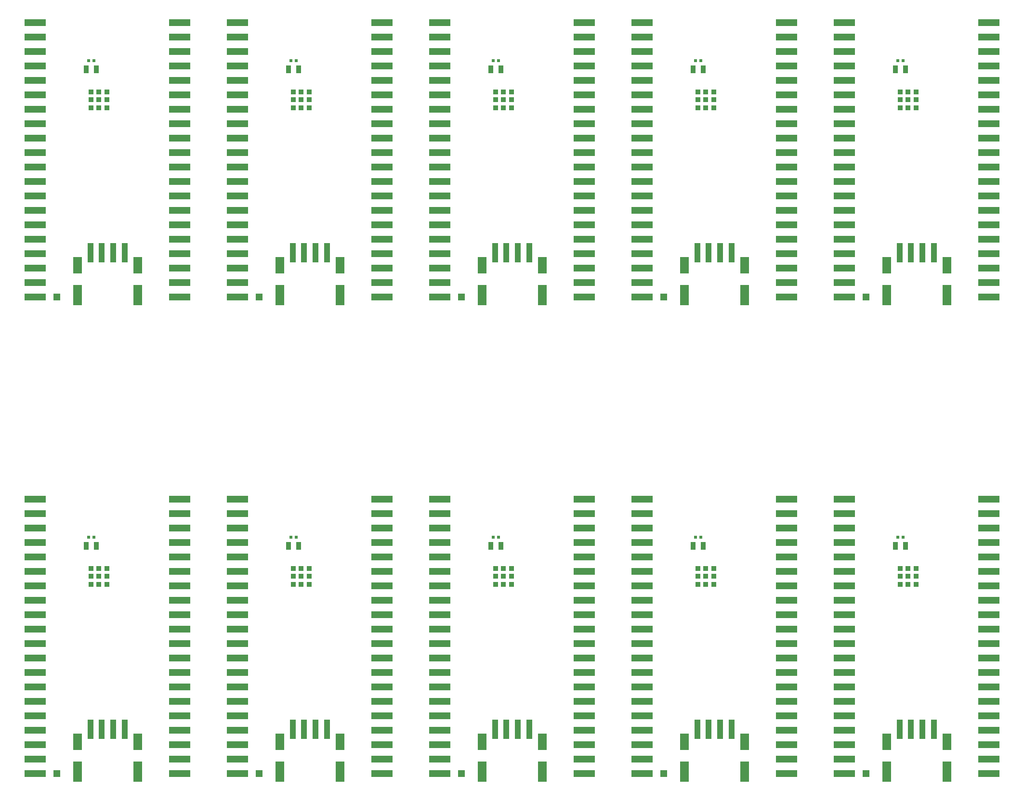
<source format=gbp>
G75*
%MOIN*%
%OFA0B0*%
%FSLAX25Y25*%
%IPPOS*%
%LPD*%
%AMOC8*
5,1,8,0,0,1.08239X$1,22.5*
%
%ADD10R,0.15000X0.05000*%
%ADD11R,0.05000X0.05000*%
%ADD12R,0.03543X0.05512*%
%ADD13R,0.02441X0.02441*%
%ADD14R,0.03937X0.13386*%
%ADD15R,0.05906X0.14173*%
%ADD16R,0.05906X0.11811*%
%ADD17R,0.03543X0.03543*%
D10*
X0049300Y0104300D03*
X0049300Y0114300D03*
X0049300Y0124300D03*
X0049300Y0134300D03*
X0049300Y0144300D03*
X0049300Y0154300D03*
X0049300Y0164300D03*
X0049300Y0174300D03*
X0049300Y0184300D03*
X0049300Y0194300D03*
X0049300Y0204300D03*
X0049300Y0214300D03*
X0049300Y0224300D03*
X0049300Y0234300D03*
X0049300Y0244300D03*
X0049300Y0254300D03*
X0049300Y0264300D03*
X0049300Y0274300D03*
X0049300Y0284300D03*
X0049300Y0294300D03*
X0149300Y0294300D03*
X0149300Y0284300D03*
X0149300Y0274300D03*
X0149300Y0264300D03*
X0149300Y0254300D03*
X0149300Y0244300D03*
X0149300Y0234300D03*
X0149300Y0224300D03*
X0149300Y0214300D03*
X0149300Y0204300D03*
X0149300Y0194300D03*
X0149300Y0184300D03*
X0149300Y0174300D03*
X0149300Y0164300D03*
X0149300Y0154300D03*
X0149300Y0144300D03*
X0149300Y0134300D03*
X0149300Y0124300D03*
X0149300Y0114300D03*
X0149300Y0104300D03*
X0189300Y0104300D03*
X0189300Y0114300D03*
X0189300Y0124300D03*
X0189300Y0134300D03*
X0189300Y0144300D03*
X0189300Y0154300D03*
X0189300Y0164300D03*
X0189300Y0174300D03*
X0189300Y0184300D03*
X0189300Y0194300D03*
X0189300Y0204300D03*
X0189300Y0214300D03*
X0189300Y0224300D03*
X0189300Y0234300D03*
X0189300Y0244300D03*
X0189300Y0254300D03*
X0189300Y0264300D03*
X0189300Y0274300D03*
X0189300Y0284300D03*
X0189300Y0294300D03*
X0289300Y0294300D03*
X0289300Y0284300D03*
X0289300Y0274300D03*
X0289300Y0264300D03*
X0289300Y0254300D03*
X0289300Y0244300D03*
X0289300Y0234300D03*
X0289300Y0224300D03*
X0289300Y0214300D03*
X0289300Y0204300D03*
X0289300Y0194300D03*
X0289300Y0184300D03*
X0289300Y0174300D03*
X0289300Y0164300D03*
X0289300Y0154300D03*
X0289300Y0144300D03*
X0289300Y0134300D03*
X0289300Y0124300D03*
X0289300Y0114300D03*
X0289300Y0104300D03*
X0329300Y0104300D03*
X0329300Y0114300D03*
X0329300Y0124300D03*
X0329300Y0134300D03*
X0329300Y0144300D03*
X0329300Y0154300D03*
X0329300Y0164300D03*
X0329300Y0174300D03*
X0329300Y0184300D03*
X0329300Y0194300D03*
X0329300Y0204300D03*
X0329300Y0214300D03*
X0329300Y0224300D03*
X0329300Y0234300D03*
X0329300Y0244300D03*
X0329300Y0254300D03*
X0329300Y0264300D03*
X0329300Y0274300D03*
X0329300Y0284300D03*
X0329300Y0294300D03*
X0429300Y0294300D03*
X0429300Y0284300D03*
X0429300Y0274300D03*
X0429300Y0264300D03*
X0429300Y0254300D03*
X0429300Y0244300D03*
X0429300Y0234300D03*
X0429300Y0224300D03*
X0429300Y0214300D03*
X0429300Y0204300D03*
X0429300Y0194300D03*
X0429300Y0184300D03*
X0429300Y0174300D03*
X0429300Y0164300D03*
X0429300Y0154300D03*
X0429300Y0144300D03*
X0429300Y0134300D03*
X0429300Y0124300D03*
X0429300Y0114300D03*
X0429300Y0104300D03*
X0469300Y0104300D03*
X0469300Y0114300D03*
X0469300Y0124300D03*
X0469300Y0134300D03*
X0469300Y0144300D03*
X0469300Y0154300D03*
X0469300Y0164300D03*
X0469300Y0174300D03*
X0469300Y0184300D03*
X0469300Y0194300D03*
X0469300Y0204300D03*
X0469300Y0214300D03*
X0469300Y0224300D03*
X0469300Y0234300D03*
X0469300Y0244300D03*
X0469300Y0254300D03*
X0469300Y0264300D03*
X0469300Y0274300D03*
X0469300Y0284300D03*
X0469300Y0294300D03*
X0569300Y0294300D03*
X0569300Y0284300D03*
X0569300Y0274300D03*
X0569300Y0264300D03*
X0569300Y0254300D03*
X0569300Y0244300D03*
X0569300Y0234300D03*
X0569300Y0224300D03*
X0569300Y0214300D03*
X0569300Y0204300D03*
X0569300Y0194300D03*
X0569300Y0184300D03*
X0569300Y0174300D03*
X0569300Y0164300D03*
X0569300Y0154300D03*
X0569300Y0144300D03*
X0569300Y0134300D03*
X0569300Y0124300D03*
X0569300Y0114300D03*
X0569300Y0104300D03*
X0609300Y0104300D03*
X0609300Y0114300D03*
X0609300Y0124300D03*
X0609300Y0134300D03*
X0609300Y0144300D03*
X0609300Y0154300D03*
X0609300Y0164300D03*
X0609300Y0174300D03*
X0609300Y0184300D03*
X0609300Y0194300D03*
X0609300Y0204300D03*
X0609300Y0214300D03*
X0609300Y0224300D03*
X0609300Y0234300D03*
X0609300Y0244300D03*
X0609300Y0254300D03*
X0609300Y0264300D03*
X0609300Y0274300D03*
X0609300Y0284300D03*
X0609300Y0294300D03*
X0709300Y0294300D03*
X0709300Y0284300D03*
X0709300Y0274300D03*
X0709300Y0264300D03*
X0709300Y0254300D03*
X0709300Y0244300D03*
X0709300Y0234300D03*
X0709300Y0224300D03*
X0709300Y0214300D03*
X0709300Y0204300D03*
X0709300Y0194300D03*
X0709300Y0184300D03*
X0709300Y0174300D03*
X0709300Y0164300D03*
X0709300Y0154300D03*
X0709300Y0144300D03*
X0709300Y0134300D03*
X0709300Y0124300D03*
X0709300Y0114300D03*
X0709300Y0104300D03*
X0709300Y0434300D03*
X0709300Y0444300D03*
X0709300Y0454300D03*
X0709300Y0464300D03*
X0709300Y0474300D03*
X0709300Y0484300D03*
X0709300Y0494300D03*
X0709300Y0504300D03*
X0709300Y0514300D03*
X0709300Y0524300D03*
X0709300Y0534300D03*
X0709300Y0544300D03*
X0709300Y0554300D03*
X0709300Y0564300D03*
X0709300Y0574300D03*
X0709300Y0584300D03*
X0709300Y0594300D03*
X0709300Y0604300D03*
X0709300Y0614300D03*
X0709300Y0624300D03*
X0609300Y0624300D03*
X0609300Y0614300D03*
X0609300Y0604300D03*
X0609300Y0594300D03*
X0609300Y0584300D03*
X0609300Y0574300D03*
X0609300Y0564300D03*
X0609300Y0554300D03*
X0609300Y0544300D03*
X0609300Y0534300D03*
X0609300Y0524300D03*
X0609300Y0514300D03*
X0609300Y0504300D03*
X0609300Y0494300D03*
X0609300Y0484300D03*
X0609300Y0474300D03*
X0609300Y0464300D03*
X0609300Y0454300D03*
X0609300Y0444300D03*
X0609300Y0434300D03*
X0569300Y0434300D03*
X0569300Y0444300D03*
X0569300Y0454300D03*
X0569300Y0464300D03*
X0569300Y0474300D03*
X0569300Y0484300D03*
X0569300Y0494300D03*
X0569300Y0504300D03*
X0569300Y0514300D03*
X0569300Y0524300D03*
X0569300Y0534300D03*
X0569300Y0544300D03*
X0569300Y0554300D03*
X0569300Y0564300D03*
X0569300Y0574300D03*
X0569300Y0584300D03*
X0569300Y0594300D03*
X0569300Y0604300D03*
X0569300Y0614300D03*
X0569300Y0624300D03*
X0469300Y0624300D03*
X0469300Y0614300D03*
X0469300Y0604300D03*
X0469300Y0594300D03*
X0469300Y0584300D03*
X0469300Y0574300D03*
X0469300Y0564300D03*
X0469300Y0554300D03*
X0469300Y0544300D03*
X0469300Y0534300D03*
X0469300Y0524300D03*
X0469300Y0514300D03*
X0469300Y0504300D03*
X0469300Y0494300D03*
X0469300Y0484300D03*
X0469300Y0474300D03*
X0469300Y0464300D03*
X0469300Y0454300D03*
X0469300Y0444300D03*
X0469300Y0434300D03*
X0429300Y0434300D03*
X0429300Y0444300D03*
X0429300Y0454300D03*
X0429300Y0464300D03*
X0429300Y0474300D03*
X0429300Y0484300D03*
X0429300Y0494300D03*
X0429300Y0504300D03*
X0429300Y0514300D03*
X0429300Y0524300D03*
X0429300Y0534300D03*
X0429300Y0544300D03*
X0429300Y0554300D03*
X0429300Y0564300D03*
X0429300Y0574300D03*
X0429300Y0584300D03*
X0429300Y0594300D03*
X0429300Y0604300D03*
X0429300Y0614300D03*
X0429300Y0624300D03*
X0329300Y0624300D03*
X0329300Y0614300D03*
X0329300Y0604300D03*
X0329300Y0594300D03*
X0329300Y0584300D03*
X0329300Y0574300D03*
X0329300Y0564300D03*
X0329300Y0554300D03*
X0329300Y0544300D03*
X0329300Y0534300D03*
X0329300Y0524300D03*
X0329300Y0514300D03*
X0329300Y0504300D03*
X0329300Y0494300D03*
X0329300Y0484300D03*
X0329300Y0474300D03*
X0329300Y0464300D03*
X0329300Y0454300D03*
X0329300Y0444300D03*
X0329300Y0434300D03*
X0289300Y0434300D03*
X0289300Y0444300D03*
X0289300Y0454300D03*
X0289300Y0464300D03*
X0289300Y0474300D03*
X0289300Y0484300D03*
X0289300Y0494300D03*
X0289300Y0504300D03*
X0289300Y0514300D03*
X0289300Y0524300D03*
X0289300Y0534300D03*
X0289300Y0544300D03*
X0289300Y0554300D03*
X0289300Y0564300D03*
X0289300Y0574300D03*
X0289300Y0584300D03*
X0289300Y0594300D03*
X0289300Y0604300D03*
X0289300Y0614300D03*
X0289300Y0624300D03*
X0189300Y0624300D03*
X0189300Y0614300D03*
X0189300Y0604300D03*
X0189300Y0594300D03*
X0189300Y0584300D03*
X0189300Y0574300D03*
X0189300Y0564300D03*
X0189300Y0554300D03*
X0189300Y0544300D03*
X0189300Y0534300D03*
X0189300Y0524300D03*
X0189300Y0514300D03*
X0189300Y0504300D03*
X0189300Y0494300D03*
X0189300Y0484300D03*
X0189300Y0474300D03*
X0189300Y0464300D03*
X0189300Y0454300D03*
X0189300Y0444300D03*
X0189300Y0434300D03*
X0149300Y0434300D03*
X0149300Y0444300D03*
X0149300Y0454300D03*
X0149300Y0464300D03*
X0149300Y0474300D03*
X0149300Y0484300D03*
X0149300Y0494300D03*
X0149300Y0504300D03*
X0149300Y0514300D03*
X0149300Y0524300D03*
X0149300Y0534300D03*
X0149300Y0544300D03*
X0149300Y0554300D03*
X0149300Y0564300D03*
X0149300Y0574300D03*
X0149300Y0584300D03*
X0149300Y0594300D03*
X0149300Y0604300D03*
X0149300Y0614300D03*
X0149300Y0624300D03*
X0049300Y0624300D03*
X0049300Y0614300D03*
X0049300Y0604300D03*
X0049300Y0594300D03*
X0049300Y0584300D03*
X0049300Y0574300D03*
X0049300Y0564300D03*
X0049300Y0554300D03*
X0049300Y0544300D03*
X0049300Y0534300D03*
X0049300Y0524300D03*
X0049300Y0514300D03*
X0049300Y0504300D03*
X0049300Y0494300D03*
X0049300Y0484300D03*
X0049300Y0474300D03*
X0049300Y0464300D03*
X0049300Y0454300D03*
X0049300Y0444300D03*
X0049300Y0434300D03*
D11*
X0064300Y0434300D03*
X0204300Y0434300D03*
X0344300Y0434300D03*
X0484300Y0434300D03*
X0624300Y0434300D03*
X0624300Y0104300D03*
X0484300Y0104300D03*
X0344300Y0104300D03*
X0204300Y0104300D03*
X0064300Y0104300D03*
D12*
X0084507Y0261800D03*
X0091593Y0261800D03*
X0224507Y0261800D03*
X0231593Y0261800D03*
X0364507Y0261800D03*
X0371593Y0261800D03*
X0504507Y0261800D03*
X0511593Y0261800D03*
X0644507Y0261800D03*
X0651593Y0261800D03*
X0651593Y0591800D03*
X0644507Y0591800D03*
X0511593Y0591800D03*
X0504507Y0591800D03*
X0371593Y0591800D03*
X0364507Y0591800D03*
X0231593Y0591800D03*
X0224507Y0591800D03*
X0091593Y0591800D03*
X0084507Y0591800D03*
D13*
X0086278Y0598050D03*
X0089822Y0598050D03*
X0226278Y0598050D03*
X0229822Y0598050D03*
X0366278Y0598050D03*
X0369822Y0598050D03*
X0506278Y0598050D03*
X0509822Y0598050D03*
X0646278Y0598050D03*
X0649822Y0598050D03*
X0649822Y0268050D03*
X0646278Y0268050D03*
X0509822Y0268050D03*
X0506278Y0268050D03*
X0369822Y0268050D03*
X0366278Y0268050D03*
X0229822Y0268050D03*
X0226278Y0268050D03*
X0089822Y0268050D03*
X0086278Y0268050D03*
D14*
X0087489Y0135117D03*
X0095363Y0135117D03*
X0103237Y0135117D03*
X0111111Y0135117D03*
X0227489Y0135117D03*
X0235363Y0135117D03*
X0243237Y0135117D03*
X0251111Y0135117D03*
X0367489Y0135117D03*
X0375363Y0135117D03*
X0383237Y0135117D03*
X0391111Y0135117D03*
X0507489Y0135117D03*
X0515363Y0135117D03*
X0523237Y0135117D03*
X0531111Y0135117D03*
X0647489Y0135117D03*
X0655363Y0135117D03*
X0663237Y0135117D03*
X0671111Y0135117D03*
X0671111Y0465117D03*
X0663237Y0465117D03*
X0655363Y0465117D03*
X0647489Y0465117D03*
X0531111Y0465117D03*
X0523237Y0465117D03*
X0515363Y0465117D03*
X0507489Y0465117D03*
X0391111Y0465117D03*
X0383237Y0465117D03*
X0375363Y0465117D03*
X0367489Y0465117D03*
X0251111Y0465117D03*
X0243237Y0465117D03*
X0235363Y0465117D03*
X0227489Y0465117D03*
X0111111Y0465117D03*
X0103237Y0465117D03*
X0095363Y0465117D03*
X0087489Y0465117D03*
D15*
X0078434Y0435589D03*
X0120166Y0435589D03*
X0218434Y0435589D03*
X0260166Y0435589D03*
X0358434Y0435589D03*
X0400166Y0435589D03*
X0498434Y0435589D03*
X0540166Y0435589D03*
X0638434Y0435589D03*
X0680166Y0435589D03*
X0680166Y0105589D03*
X0638434Y0105589D03*
X0540166Y0105589D03*
X0498434Y0105589D03*
X0400166Y0105589D03*
X0358434Y0105589D03*
X0260166Y0105589D03*
X0218434Y0105589D03*
X0120166Y0105589D03*
X0078434Y0105589D03*
D16*
X0078434Y0126456D03*
X0120166Y0126456D03*
X0218434Y0126456D03*
X0260166Y0126456D03*
X0358434Y0126456D03*
X0400166Y0126456D03*
X0498434Y0126456D03*
X0540166Y0126456D03*
X0638434Y0126456D03*
X0680166Y0126456D03*
X0680166Y0456456D03*
X0638434Y0456456D03*
X0540166Y0456456D03*
X0498434Y0456456D03*
X0400166Y0456456D03*
X0358434Y0456456D03*
X0260166Y0456456D03*
X0218434Y0456456D03*
X0120166Y0456456D03*
X0078434Y0456456D03*
D17*
X0087883Y0565353D03*
X0093394Y0565353D03*
X0093394Y0570865D03*
X0087883Y0570865D03*
X0087883Y0576377D03*
X0093394Y0576377D03*
X0098906Y0576377D03*
X0098906Y0570865D03*
X0098906Y0565353D03*
X0227883Y0565353D03*
X0233394Y0565353D03*
X0233394Y0570865D03*
X0227883Y0570865D03*
X0227883Y0576377D03*
X0233394Y0576377D03*
X0238906Y0576377D03*
X0238906Y0570865D03*
X0238906Y0565353D03*
X0367883Y0565353D03*
X0373394Y0565353D03*
X0373394Y0570865D03*
X0367883Y0570865D03*
X0367883Y0576377D03*
X0373394Y0576377D03*
X0378906Y0576377D03*
X0378906Y0570865D03*
X0378906Y0565353D03*
X0507883Y0565353D03*
X0513394Y0565353D03*
X0513394Y0570865D03*
X0507883Y0570865D03*
X0507883Y0576377D03*
X0513394Y0576377D03*
X0518906Y0576377D03*
X0518906Y0570865D03*
X0518906Y0565353D03*
X0647883Y0565353D03*
X0653394Y0565353D03*
X0653394Y0570865D03*
X0647883Y0570865D03*
X0647883Y0576377D03*
X0653394Y0576377D03*
X0658906Y0576377D03*
X0658906Y0570865D03*
X0658906Y0565353D03*
X0658906Y0246377D03*
X0653394Y0246377D03*
X0647883Y0246377D03*
X0647883Y0240865D03*
X0653394Y0240865D03*
X0653394Y0235353D03*
X0647883Y0235353D03*
X0658906Y0235353D03*
X0658906Y0240865D03*
X0518906Y0240865D03*
X0513394Y0240865D03*
X0507883Y0240865D03*
X0507883Y0246377D03*
X0513394Y0246377D03*
X0518906Y0246377D03*
X0518906Y0235353D03*
X0513394Y0235353D03*
X0507883Y0235353D03*
X0378906Y0235353D03*
X0373394Y0235353D03*
X0367883Y0235353D03*
X0367883Y0240865D03*
X0373394Y0240865D03*
X0373394Y0246377D03*
X0367883Y0246377D03*
X0378906Y0246377D03*
X0378906Y0240865D03*
X0238906Y0240865D03*
X0233394Y0240865D03*
X0227883Y0240865D03*
X0227883Y0246377D03*
X0233394Y0246377D03*
X0238906Y0246377D03*
X0238906Y0235353D03*
X0233394Y0235353D03*
X0227883Y0235353D03*
X0098906Y0235353D03*
X0093394Y0235353D03*
X0087883Y0235353D03*
X0087883Y0240865D03*
X0093394Y0240865D03*
X0093394Y0246377D03*
X0087883Y0246377D03*
X0098906Y0246377D03*
X0098906Y0240865D03*
M02*

</source>
